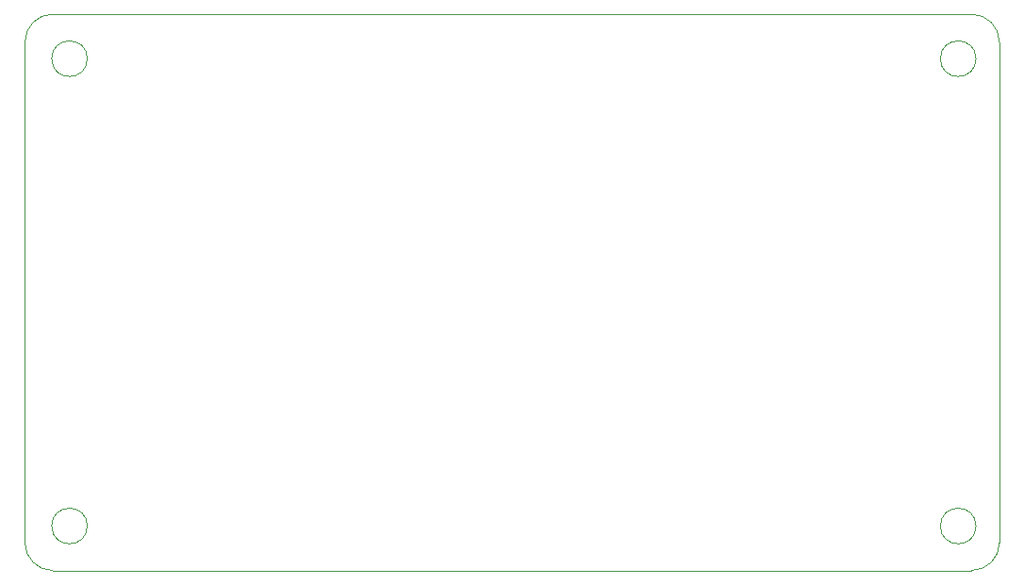
<source format=gm1>
%TF.GenerationSoftware,KiCad,Pcbnew,(6.0.6)*%
%TF.CreationDate,2022-07-07T23:48:31-04:00*%
%TF.ProjectId,Autohelm_Thruster,4175746f-6865-46c6-9d5f-546872757374,rev?*%
%TF.SameCoordinates,Original*%
%TF.FileFunction,Profile,NP*%
%FSLAX46Y46*%
G04 Gerber Fmt 4.6, Leading zero omitted, Abs format (unit mm)*
G04 Created by KiCad (PCBNEW (6.0.6)) date 2022-07-07 23:48:31*
%MOMM*%
%LPD*%
G01*
G04 APERTURE LIST*
%TA.AperFunction,Profile*%
%ADD10C,0.100000*%
%TD*%
G04 APERTURE END LIST*
D10*
X152500000Y-92500000D02*
G75*
G03*
X150000000Y-90000000I-2500000J0D01*
G01*
X150400000Y-136000000D02*
G75*
G03*
X150400000Y-136000000I-1600000J0D01*
G01*
X67500000Y-90000000D02*
G75*
G03*
X65000000Y-92500000I0J-2500000D01*
G01*
X70600000Y-136000000D02*
G75*
G03*
X70600000Y-136000000I-1600000J0D01*
G01*
X152500000Y-92500000D02*
X152500000Y-137500000D01*
X67500000Y-90000000D02*
X150000000Y-90000000D01*
X150000000Y-140000000D02*
X67500000Y-140000000D01*
X65000000Y-137500000D02*
X65000000Y-92500000D01*
X150000000Y-140000000D02*
G75*
G03*
X152500000Y-137500000I0J2500000D01*
G01*
X65000000Y-137500000D02*
G75*
G03*
X67500000Y-140000000I2500000J0D01*
G01*
X70600000Y-94000000D02*
G75*
G03*
X70600000Y-94000000I-1600000J0D01*
G01*
X150400000Y-94000000D02*
G75*
G03*
X150400000Y-94000000I-1600000J0D01*
G01*
M02*

</source>
